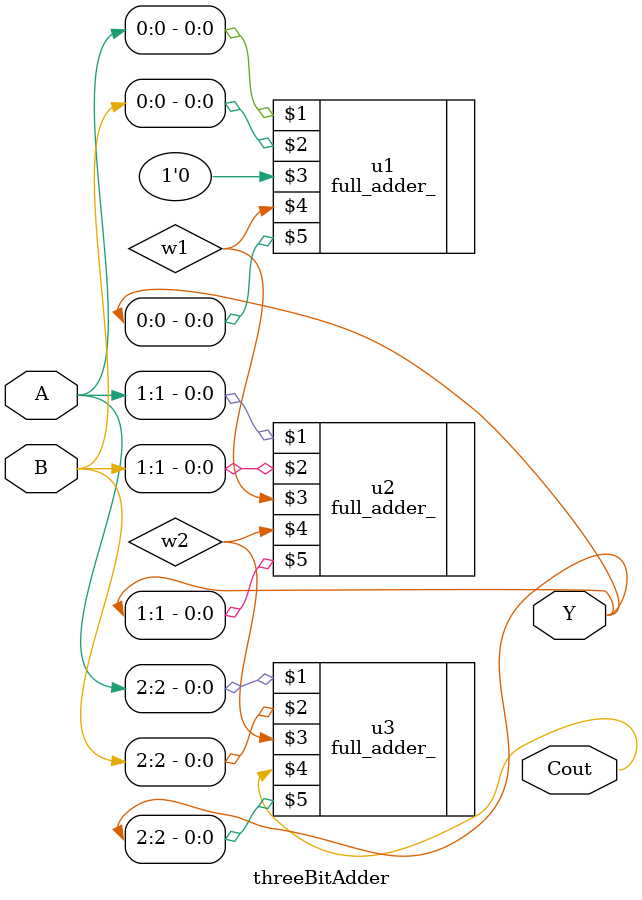
<source format=v>
`timescale 1ns / 1ps


module threeBitAdder(A,B,Y,Cout); 
  input [2:0] A; //Since it is 3 bit, we will write [2:0]
  input [2:0] B; 
  output [2:0] Y; 
  output Cout; 
  // Write your code here
  full_adder_ u1(A[0], B[0], 1'b0, w1, Y[0]); //We get our carry to be used as input in u2. It is a wire  
  full_adder_ u2(A[1], B[1], w1, w2, Y[1]); // The output w1 from u1 is used as input here. The output w2 will be used as input in u3. It is a wire
  full_adder_ u3(A[2], B[2], w2, Cout, Y[2]); //The output w2 from u2 is used as input here. The final output is Cout 
endmodule 

</source>
